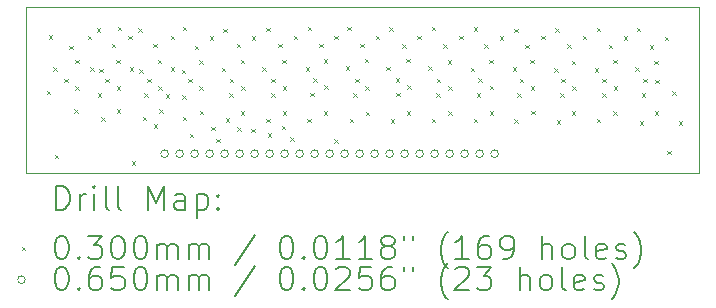
<source format=gbr>
%TF.GenerationSoftware,KiCad,Pcbnew,8.0.8-2.fc41*%
%TF.CreationDate,2025-02-01T06:38:28+00:00*%
%TF.ProjectId,small_led_a,736d616c-6c5f-46c6-9564-5f612e6b6963,rev?*%
%TF.SameCoordinates,Original*%
%TF.FileFunction,Drillmap*%
%TF.FilePolarity,Positive*%
%FSLAX45Y45*%
G04 Gerber Fmt 4.5, Leading zero omitted, Abs format (unit mm)*
G04 Created by KiCad (PCBNEW 8.0.8-2.fc41) date 2025-02-01 06:38:28*
%MOMM*%
%LPD*%
G01*
G04 APERTURE LIST*
%ADD10C,0.050000*%
%ADD11C,0.200000*%
%ADD12C,0.100000*%
G04 APERTURE END LIST*
D10*
X6000000Y-5100000D02*
X6000000Y-6500000D01*
X11700000Y-5100000D02*
X6000000Y-5100000D01*
X11700000Y-6500000D02*
X11700000Y-5100000D01*
X6000000Y-6500000D02*
X11700000Y-6500000D01*
D11*
D12*
X6180000Y-5805000D02*
X6210000Y-5835000D01*
X6210000Y-5805000D02*
X6180000Y-5835000D01*
X6195000Y-5335000D02*
X6225000Y-5365000D01*
X6225000Y-5335000D02*
X6195000Y-5365000D01*
X6235000Y-5610000D02*
X6265000Y-5640000D01*
X6265000Y-5610000D02*
X6235000Y-5640000D01*
X6245000Y-6350000D02*
X6275000Y-6380000D01*
X6275000Y-6350000D02*
X6245000Y-6380000D01*
X6325000Y-5705000D02*
X6355000Y-5735000D01*
X6355000Y-5705000D02*
X6325000Y-5735000D01*
X6370000Y-5425000D02*
X6400000Y-5455000D01*
X6400000Y-5425000D02*
X6370000Y-5455000D01*
X6410000Y-5965000D02*
X6440000Y-5995000D01*
X6440000Y-5965000D02*
X6410000Y-5995000D01*
X6418190Y-5545058D02*
X6448190Y-5575058D01*
X6448190Y-5545058D02*
X6418190Y-5575058D01*
X6421655Y-5767500D02*
X6451655Y-5797500D01*
X6451655Y-5767500D02*
X6421655Y-5797500D01*
X6525000Y-5340000D02*
X6555000Y-5370000D01*
X6555000Y-5340000D02*
X6525000Y-5370000D01*
X6545000Y-5607558D02*
X6575000Y-5637558D01*
X6575000Y-5607558D02*
X6545000Y-5637558D01*
X6600895Y-5277500D02*
X6630895Y-5307500D01*
X6630895Y-5277500D02*
X6600895Y-5307500D01*
X6611387Y-5830000D02*
X6641387Y-5860000D01*
X6641387Y-5830000D02*
X6611387Y-5860000D01*
X6623922Y-5620651D02*
X6653922Y-5650651D01*
X6653922Y-5620651D02*
X6623922Y-5650651D01*
X6640000Y-6030000D02*
X6670000Y-6060000D01*
X6670000Y-6030000D02*
X6640000Y-6060000D01*
X6675000Y-5705000D02*
X6705000Y-5735000D01*
X6705000Y-5705000D02*
X6675000Y-5735000D01*
X6727431Y-5409697D02*
X6757431Y-5439697D01*
X6757431Y-5409697D02*
X6727431Y-5439697D01*
X6768148Y-5545043D02*
X6798148Y-5575043D01*
X6798148Y-5545043D02*
X6768148Y-5575043D01*
X6770000Y-5965000D02*
X6800000Y-5995000D01*
X6800000Y-5965000D02*
X6770000Y-5995000D01*
X6771833Y-5767500D02*
X6801833Y-5797500D01*
X6801833Y-5767500D02*
X6771833Y-5797500D01*
X6780000Y-5265000D02*
X6810000Y-5295000D01*
X6810000Y-5265000D02*
X6780000Y-5295000D01*
X6870000Y-5340000D02*
X6900000Y-5370000D01*
X6900000Y-5340000D02*
X6870000Y-5370000D01*
X6880000Y-5610000D02*
X6910000Y-5640000D01*
X6910000Y-5610000D02*
X6880000Y-5640000D01*
X6900000Y-6405000D02*
X6930000Y-6435000D01*
X6930000Y-6405000D02*
X6900000Y-6435000D01*
X6955000Y-5277500D02*
X6985000Y-5307500D01*
X6985000Y-5277500D02*
X6955000Y-5307500D01*
X6960000Y-5625000D02*
X6990000Y-5655000D01*
X6990000Y-5625000D02*
X6960000Y-5655000D01*
X6990000Y-6027500D02*
X7020000Y-6057500D01*
X7020000Y-6027500D02*
X6990000Y-6057500D01*
X7005000Y-5830000D02*
X7035000Y-5860000D01*
X7035000Y-5830000D02*
X7005000Y-5860000D01*
X7030000Y-5705000D02*
X7060000Y-5735000D01*
X7060000Y-5705000D02*
X7030000Y-5735000D01*
X7079195Y-5409605D02*
X7109195Y-5439605D01*
X7109195Y-5409605D02*
X7079195Y-5439605D01*
X7085000Y-6090000D02*
X7115000Y-6120000D01*
X7115000Y-6090000D02*
X7085000Y-6120000D01*
X7118019Y-5543577D02*
X7148019Y-5573577D01*
X7148019Y-5543577D02*
X7118019Y-5573577D01*
X7122206Y-5767500D02*
X7152206Y-5797500D01*
X7152206Y-5767500D02*
X7122206Y-5797500D01*
X7130000Y-5965000D02*
X7160000Y-5995000D01*
X7160000Y-5965000D02*
X7130000Y-5995000D01*
X7185000Y-5835113D02*
X7215000Y-5865113D01*
X7215000Y-5835113D02*
X7185000Y-5865113D01*
X7230000Y-5340000D02*
X7260000Y-5370000D01*
X7260000Y-5340000D02*
X7230000Y-5370000D01*
X7230000Y-5610000D02*
X7260000Y-5640000D01*
X7260000Y-5610000D02*
X7230000Y-5640000D01*
X7320000Y-5628500D02*
X7350000Y-5658500D01*
X7350000Y-5628500D02*
X7320000Y-5658500D01*
X7325000Y-5845000D02*
X7355000Y-5875000D01*
X7355000Y-5845000D02*
X7325000Y-5875000D01*
X7330000Y-5265000D02*
X7360000Y-5295000D01*
X7360000Y-5265000D02*
X7330000Y-5295000D01*
X7330000Y-6027500D02*
X7360000Y-6057500D01*
X7360000Y-6027500D02*
X7330000Y-6057500D01*
X7375000Y-5705000D02*
X7405000Y-5735000D01*
X7405000Y-5705000D02*
X7375000Y-5735000D01*
X7390000Y-6170000D02*
X7420000Y-6200000D01*
X7420000Y-6170000D02*
X7390000Y-6200000D01*
X7430000Y-5425000D02*
X7460000Y-5455000D01*
X7460000Y-5425000D02*
X7430000Y-5455000D01*
X7468786Y-5550035D02*
X7498786Y-5580035D01*
X7498786Y-5550035D02*
X7468786Y-5580035D01*
X7471833Y-5767500D02*
X7501833Y-5797500D01*
X7501833Y-5767500D02*
X7471833Y-5797500D01*
X7475000Y-5975000D02*
X7505000Y-6005000D01*
X7505000Y-5975000D02*
X7475000Y-6005000D01*
X7560000Y-5345000D02*
X7590000Y-5375000D01*
X7590000Y-5345000D02*
X7560000Y-5375000D01*
X7570000Y-6110000D02*
X7600000Y-6140000D01*
X7600000Y-6110000D02*
X7570000Y-6140000D01*
X7615000Y-6215000D02*
X7645000Y-6245000D01*
X7645000Y-6215000D02*
X7615000Y-6245000D01*
X7660000Y-5612535D02*
X7690000Y-5642535D01*
X7690000Y-5612535D02*
X7660000Y-5642535D01*
X7675000Y-5280000D02*
X7705000Y-5310000D01*
X7705000Y-5280000D02*
X7675000Y-5310000D01*
X7695000Y-6037500D02*
X7725000Y-6067500D01*
X7725000Y-6037500D02*
X7695000Y-6067500D01*
X7725000Y-5830000D02*
X7755000Y-5860000D01*
X7755000Y-5830000D02*
X7725000Y-5860000D01*
X7730000Y-5705000D02*
X7760000Y-5735000D01*
X7760000Y-5705000D02*
X7730000Y-5735000D01*
X7786699Y-5410386D02*
X7816699Y-5440386D01*
X7816699Y-5410386D02*
X7786699Y-5440386D01*
X7790000Y-6115000D02*
X7820000Y-6145000D01*
X7820000Y-6115000D02*
X7790000Y-6145000D01*
X7820000Y-5980000D02*
X7850000Y-6010000D01*
X7850000Y-5980000D02*
X7820000Y-6010000D01*
X7820134Y-5544366D02*
X7850134Y-5574366D01*
X7850134Y-5544366D02*
X7820134Y-5574366D01*
X7823655Y-5767500D02*
X7853655Y-5797500D01*
X7853655Y-5767500D02*
X7823655Y-5797500D01*
X7910000Y-6130000D02*
X7940000Y-6160000D01*
X7940000Y-6130000D02*
X7910000Y-6160000D01*
X7915000Y-5345000D02*
X7945000Y-5375000D01*
X7945000Y-5345000D02*
X7915000Y-5375000D01*
X8005000Y-5606866D02*
X8035000Y-5636866D01*
X8035000Y-5606866D02*
X8005000Y-5636866D01*
X8035000Y-5275000D02*
X8065000Y-5305000D01*
X8065000Y-5275000D02*
X8035000Y-5305000D01*
X8035000Y-6042500D02*
X8065000Y-6072500D01*
X8065000Y-6042500D02*
X8035000Y-6072500D01*
X8050000Y-6165000D02*
X8080000Y-6195000D01*
X8080000Y-6165000D02*
X8050000Y-6195000D01*
X8080000Y-5705000D02*
X8110000Y-5735000D01*
X8110000Y-5705000D02*
X8080000Y-5735000D01*
X8080000Y-5830000D02*
X8110000Y-5860000D01*
X8110000Y-5830000D02*
X8080000Y-5860000D01*
X8139567Y-5410816D02*
X8169567Y-5440816D01*
X8169567Y-5410816D02*
X8139567Y-5440816D01*
X8170000Y-6105000D02*
X8200000Y-6135000D01*
X8200000Y-6105000D02*
X8170000Y-6135000D01*
X8173069Y-5543826D02*
X8203069Y-5573826D01*
X8203069Y-5543826D02*
X8173069Y-5573826D01*
X8175000Y-5980000D02*
X8205000Y-6010000D01*
X8205000Y-5980000D02*
X8175000Y-6010000D01*
X8176833Y-5767500D02*
X8206833Y-5797500D01*
X8206833Y-5767500D02*
X8176833Y-5797500D01*
X8240000Y-6200000D02*
X8270000Y-6230000D01*
X8270000Y-6200000D02*
X8240000Y-6230000D01*
X8270000Y-5340000D02*
X8300000Y-5370000D01*
X8300000Y-5340000D02*
X8270000Y-5370000D01*
X8370000Y-5606326D02*
X8400000Y-5636326D01*
X8400000Y-5606326D02*
X8370000Y-5636326D01*
X8385000Y-6042500D02*
X8415000Y-6072500D01*
X8415000Y-6042500D02*
X8385000Y-6072500D01*
X8390000Y-5265000D02*
X8420000Y-5295000D01*
X8420000Y-5265000D02*
X8390000Y-5295000D01*
X8410000Y-5825000D02*
X8440000Y-5855000D01*
X8440000Y-5825000D02*
X8410000Y-5855000D01*
X8435000Y-5700000D02*
X8465000Y-5730000D01*
X8465000Y-5700000D02*
X8435000Y-5730000D01*
X8484697Y-5407775D02*
X8514697Y-5437775D01*
X8514697Y-5407775D02*
X8484697Y-5437775D01*
X8523000Y-5539112D02*
X8553000Y-5569112D01*
X8553000Y-5539112D02*
X8523000Y-5569112D01*
X8525000Y-5980000D02*
X8555000Y-6010000D01*
X8555000Y-5980000D02*
X8525000Y-6010000D01*
X8528712Y-5762500D02*
X8558712Y-5792500D01*
X8558712Y-5762500D02*
X8528712Y-5792500D01*
X8613000Y-5340000D02*
X8643000Y-5370000D01*
X8643000Y-5340000D02*
X8613000Y-5370000D01*
X8614306Y-6215694D02*
X8644306Y-6245694D01*
X8644306Y-6215694D02*
X8614306Y-6245694D01*
X8710000Y-5601611D02*
X8740000Y-5631611D01*
X8740000Y-5601611D02*
X8710000Y-5631611D01*
X8725000Y-5265000D02*
X8755000Y-5295000D01*
X8755000Y-5265000D02*
X8725000Y-5295000D01*
X8745000Y-6042500D02*
X8775000Y-6072500D01*
X8775000Y-6042500D02*
X8745000Y-6072500D01*
X8775000Y-5830000D02*
X8805000Y-5860000D01*
X8805000Y-5830000D02*
X8775000Y-5860000D01*
X8790000Y-5705000D02*
X8820000Y-5735000D01*
X8820000Y-5705000D02*
X8790000Y-5735000D01*
X8832448Y-5409687D02*
X8862448Y-5439687D01*
X8862448Y-5409687D02*
X8832448Y-5439687D01*
X8873000Y-5537622D02*
X8903000Y-5567622D01*
X8903000Y-5537622D02*
X8873000Y-5567622D01*
X8876833Y-5767500D02*
X8906833Y-5797500D01*
X8906833Y-5767500D02*
X8876833Y-5797500D01*
X8880000Y-5985000D02*
X8910000Y-6015000D01*
X8910000Y-5985000D02*
X8880000Y-6015000D01*
X8965000Y-5340000D02*
X8995000Y-5370000D01*
X8995000Y-5340000D02*
X8965000Y-5370000D01*
X9055000Y-5605000D02*
X9085000Y-5635000D01*
X9085000Y-5605000D02*
X9055000Y-5635000D01*
X9080000Y-5270000D02*
X9110000Y-5300000D01*
X9110000Y-5270000D02*
X9080000Y-5300000D01*
X9090000Y-6047500D02*
X9120000Y-6077500D01*
X9120000Y-6047500D02*
X9090000Y-6077500D01*
X9135000Y-5700000D02*
X9165000Y-5730000D01*
X9165000Y-5700000D02*
X9135000Y-5730000D01*
X9140000Y-5825000D02*
X9170000Y-5855000D01*
X9170000Y-5825000D02*
X9140000Y-5855000D01*
X9187119Y-5411178D02*
X9217119Y-5441178D01*
X9217119Y-5411178D02*
X9187119Y-5441178D01*
X9223000Y-5537246D02*
X9253000Y-5567246D01*
X9253000Y-5537246D02*
X9223000Y-5567246D01*
X9225000Y-5980000D02*
X9255000Y-6010000D01*
X9255000Y-5980000D02*
X9225000Y-6010000D01*
X9229854Y-5762500D02*
X9259854Y-5792500D01*
X9259854Y-5762500D02*
X9229854Y-5792500D01*
X9315000Y-5340000D02*
X9345000Y-5370000D01*
X9345000Y-5340000D02*
X9315000Y-5370000D01*
X9410000Y-5600000D02*
X9440000Y-5630000D01*
X9440000Y-5600000D02*
X9410000Y-5630000D01*
X9440000Y-5265000D02*
X9470000Y-5295000D01*
X9470000Y-5265000D02*
X9440000Y-5295000D01*
X9440000Y-6042500D02*
X9470000Y-6072500D01*
X9470000Y-6042500D02*
X9440000Y-6072500D01*
X9475000Y-5830000D02*
X9505000Y-5860000D01*
X9505000Y-5830000D02*
X9475000Y-5860000D01*
X9480000Y-5705000D02*
X9510000Y-5735000D01*
X9510000Y-5705000D02*
X9480000Y-5735000D01*
X9535000Y-5415000D02*
X9565000Y-5445000D01*
X9565000Y-5415000D02*
X9535000Y-5445000D01*
X9573042Y-5547739D02*
X9603042Y-5577739D01*
X9603042Y-5547739D02*
X9573042Y-5577739D01*
X9578712Y-5767500D02*
X9608712Y-5797500D01*
X9608712Y-5767500D02*
X9578712Y-5797500D01*
X9580000Y-5980000D02*
X9610000Y-6010000D01*
X9610000Y-5980000D02*
X9580000Y-6010000D01*
X9670000Y-5340000D02*
X9700000Y-5370000D01*
X9700000Y-5340000D02*
X9670000Y-5370000D01*
X9770000Y-5610239D02*
X9800000Y-5640239D01*
X9800000Y-5610239D02*
X9770000Y-5640239D01*
X9795000Y-5270000D02*
X9825000Y-5300000D01*
X9825000Y-5270000D02*
X9795000Y-5300000D01*
X9795000Y-6042500D02*
X9825000Y-6072500D01*
X9825000Y-6042500D02*
X9795000Y-6072500D01*
X9820000Y-5827500D02*
X9850000Y-5857500D01*
X9850000Y-5827500D02*
X9820000Y-5857500D01*
X9830000Y-5702500D02*
X9860000Y-5732500D01*
X9860000Y-5702500D02*
X9830000Y-5732500D01*
X9885000Y-5415000D02*
X9915000Y-5445000D01*
X9915000Y-5415000D02*
X9885000Y-5445000D01*
X9923000Y-5545912D02*
X9953000Y-5575912D01*
X9953000Y-5545912D02*
X9923000Y-5575912D01*
X9930000Y-5980000D02*
X9960000Y-6010000D01*
X9960000Y-5980000D02*
X9930000Y-6010000D01*
X9930267Y-5765000D02*
X9960267Y-5795000D01*
X9960267Y-5765000D02*
X9930267Y-5795000D01*
X10013000Y-5345975D02*
X10043000Y-5375975D01*
X10043000Y-5345975D02*
X10013000Y-5375975D01*
X10125000Y-5608411D02*
X10155000Y-5638411D01*
X10155000Y-5608411D02*
X10125000Y-5638411D01*
X10135000Y-5283475D02*
X10165000Y-5313475D01*
X10165000Y-5283475D02*
X10135000Y-5313475D01*
X10135000Y-6050000D02*
X10165000Y-6080000D01*
X10165000Y-6050000D02*
X10135000Y-6080000D01*
X10160000Y-5829250D02*
X10190000Y-5859250D01*
X10190000Y-5829250D02*
X10160000Y-5859250D01*
X10184555Y-5704250D02*
X10214555Y-5734250D01*
X10214555Y-5704250D02*
X10184555Y-5734250D01*
X10231017Y-5417251D02*
X10261017Y-5447251D01*
X10261017Y-5417251D02*
X10231017Y-5447251D01*
X10273000Y-5544912D02*
X10303000Y-5574912D01*
X10303000Y-5544912D02*
X10273000Y-5574912D01*
X10275000Y-5766750D02*
X10305000Y-5796750D01*
X10305000Y-5766750D02*
X10275000Y-5796750D01*
X10280000Y-5975000D02*
X10310000Y-6005000D01*
X10310000Y-5975000D02*
X10280000Y-6005000D01*
X10365000Y-5340000D02*
X10395000Y-5370000D01*
X10395000Y-5340000D02*
X10365000Y-5370000D01*
X10475000Y-5616329D02*
X10505000Y-5646329D01*
X10505000Y-5616329D02*
X10475000Y-5646329D01*
X10485000Y-5277500D02*
X10515000Y-5307500D01*
X10515000Y-5277500D02*
X10485000Y-5307500D01*
X10495000Y-6055000D02*
X10525000Y-6085000D01*
X10525000Y-6055000D02*
X10495000Y-6085000D01*
X10525000Y-5830000D02*
X10555000Y-5860000D01*
X10555000Y-5830000D02*
X10525000Y-5860000D01*
X10535000Y-5705000D02*
X10565000Y-5735000D01*
X10565000Y-5705000D02*
X10535000Y-5735000D01*
X10585000Y-5415000D02*
X10615000Y-5445000D01*
X10615000Y-5415000D02*
X10585000Y-5445000D01*
X10623347Y-5553829D02*
X10653347Y-5583829D01*
X10653347Y-5553829D02*
X10623347Y-5583829D01*
X10625000Y-5980000D02*
X10655000Y-6010000D01*
X10655000Y-5980000D02*
X10625000Y-6010000D01*
X10629854Y-5767500D02*
X10659854Y-5797500D01*
X10659854Y-5767500D02*
X10629854Y-5797500D01*
X10715000Y-5340000D02*
X10745000Y-5370000D01*
X10745000Y-5340000D02*
X10715000Y-5370000D01*
X10820000Y-5616329D02*
X10850000Y-5646329D01*
X10850000Y-5616329D02*
X10820000Y-5646329D01*
X10835000Y-5275000D02*
X10865000Y-5305000D01*
X10865000Y-5275000D02*
X10835000Y-5305000D01*
X10835000Y-6042500D02*
X10865000Y-6072500D01*
X10865000Y-6042500D02*
X10835000Y-6072500D01*
X10880000Y-5705000D02*
X10910000Y-5735000D01*
X10910000Y-5705000D02*
X10880000Y-5735000D01*
X10880000Y-5830000D02*
X10910000Y-5860000D01*
X10910000Y-5830000D02*
X10880000Y-5860000D01*
X10935998Y-5415480D02*
X10965998Y-5445480D01*
X10965998Y-5415480D02*
X10935998Y-5445480D01*
X10973000Y-5544912D02*
X11003000Y-5574912D01*
X11003000Y-5544912D02*
X10973000Y-5574912D01*
X10975000Y-5980000D02*
X11005000Y-6010000D01*
X11005000Y-5980000D02*
X10975000Y-6010000D01*
X10979854Y-5767500D02*
X11009854Y-5797500D01*
X11009854Y-5767500D02*
X10979854Y-5797500D01*
X11065000Y-5345000D02*
X11095000Y-5375000D01*
X11095000Y-5345000D02*
X11065000Y-5375000D01*
X11160000Y-5610000D02*
X11190000Y-5640000D01*
X11190000Y-5610000D02*
X11160000Y-5640000D01*
X11175000Y-5275000D02*
X11205000Y-5305000D01*
X11205000Y-5275000D02*
X11175000Y-5305000D01*
X11200000Y-6065000D02*
X11230000Y-6095000D01*
X11230000Y-6065000D02*
X11200000Y-6095000D01*
X11215000Y-5830000D02*
X11245000Y-5860000D01*
X11245000Y-5830000D02*
X11215000Y-5860000D01*
X11230000Y-5705000D02*
X11260000Y-5735000D01*
X11260000Y-5705000D02*
X11230000Y-5735000D01*
X11285000Y-5420000D02*
X11315000Y-5450000D01*
X11315000Y-5420000D02*
X11285000Y-5450000D01*
X11323237Y-5552813D02*
X11353237Y-5582813D01*
X11353237Y-5552813D02*
X11323237Y-5582813D01*
X11325000Y-5980000D02*
X11355000Y-6010000D01*
X11355000Y-5980000D02*
X11325000Y-6010000D01*
X11330000Y-5715000D02*
X11360000Y-5745000D01*
X11360000Y-5715000D02*
X11330000Y-5745000D01*
X11413000Y-5350000D02*
X11443000Y-5380000D01*
X11443000Y-5350000D02*
X11413000Y-5380000D01*
X11430000Y-6315000D02*
X11460000Y-6345000D01*
X11460000Y-6315000D02*
X11430000Y-6345000D01*
X11475000Y-5810000D02*
X11505000Y-5840000D01*
X11505000Y-5810000D02*
X11475000Y-5840000D01*
X11530000Y-6065000D02*
X11560000Y-6095000D01*
X11560000Y-6065000D02*
X11530000Y-6095000D01*
X7208500Y-6340000D02*
G75*
G02*
X7143500Y-6340000I-32500J0D01*
G01*
X7143500Y-6340000D02*
G75*
G02*
X7208500Y-6340000I32500J0D01*
G01*
X7335500Y-6340000D02*
G75*
G02*
X7270500Y-6340000I-32500J0D01*
G01*
X7270500Y-6340000D02*
G75*
G02*
X7335500Y-6340000I32500J0D01*
G01*
X7462500Y-6340000D02*
G75*
G02*
X7397500Y-6340000I-32500J0D01*
G01*
X7397500Y-6340000D02*
G75*
G02*
X7462500Y-6340000I32500J0D01*
G01*
X7589500Y-6340000D02*
G75*
G02*
X7524500Y-6340000I-32500J0D01*
G01*
X7524500Y-6340000D02*
G75*
G02*
X7589500Y-6340000I32500J0D01*
G01*
X7716500Y-6340000D02*
G75*
G02*
X7651500Y-6340000I-32500J0D01*
G01*
X7651500Y-6340000D02*
G75*
G02*
X7716500Y-6340000I32500J0D01*
G01*
X7843500Y-6340000D02*
G75*
G02*
X7778500Y-6340000I-32500J0D01*
G01*
X7778500Y-6340000D02*
G75*
G02*
X7843500Y-6340000I32500J0D01*
G01*
X7970500Y-6340000D02*
G75*
G02*
X7905500Y-6340000I-32500J0D01*
G01*
X7905500Y-6340000D02*
G75*
G02*
X7970500Y-6340000I32500J0D01*
G01*
X8097500Y-6340000D02*
G75*
G02*
X8032500Y-6340000I-32500J0D01*
G01*
X8032500Y-6340000D02*
G75*
G02*
X8097500Y-6340000I32500J0D01*
G01*
X8224500Y-6340000D02*
G75*
G02*
X8159500Y-6340000I-32500J0D01*
G01*
X8159500Y-6340000D02*
G75*
G02*
X8224500Y-6340000I32500J0D01*
G01*
X8351500Y-6340000D02*
G75*
G02*
X8286500Y-6340000I-32500J0D01*
G01*
X8286500Y-6340000D02*
G75*
G02*
X8351500Y-6340000I32500J0D01*
G01*
X8478500Y-6340000D02*
G75*
G02*
X8413500Y-6340000I-32500J0D01*
G01*
X8413500Y-6340000D02*
G75*
G02*
X8478500Y-6340000I32500J0D01*
G01*
X8605500Y-6340000D02*
G75*
G02*
X8540500Y-6340000I-32500J0D01*
G01*
X8540500Y-6340000D02*
G75*
G02*
X8605500Y-6340000I32500J0D01*
G01*
X8732500Y-6340000D02*
G75*
G02*
X8667500Y-6340000I-32500J0D01*
G01*
X8667500Y-6340000D02*
G75*
G02*
X8732500Y-6340000I32500J0D01*
G01*
X8859500Y-6340000D02*
G75*
G02*
X8794500Y-6340000I-32500J0D01*
G01*
X8794500Y-6340000D02*
G75*
G02*
X8859500Y-6340000I32500J0D01*
G01*
X8986500Y-6340000D02*
G75*
G02*
X8921500Y-6340000I-32500J0D01*
G01*
X8921500Y-6340000D02*
G75*
G02*
X8986500Y-6340000I32500J0D01*
G01*
X9113500Y-6340000D02*
G75*
G02*
X9048500Y-6340000I-32500J0D01*
G01*
X9048500Y-6340000D02*
G75*
G02*
X9113500Y-6340000I32500J0D01*
G01*
X9240500Y-6340000D02*
G75*
G02*
X9175500Y-6340000I-32500J0D01*
G01*
X9175500Y-6340000D02*
G75*
G02*
X9240500Y-6340000I32500J0D01*
G01*
X9367500Y-6340000D02*
G75*
G02*
X9302500Y-6340000I-32500J0D01*
G01*
X9302500Y-6340000D02*
G75*
G02*
X9367500Y-6340000I32500J0D01*
G01*
X9494500Y-6340000D02*
G75*
G02*
X9429500Y-6340000I-32500J0D01*
G01*
X9429500Y-6340000D02*
G75*
G02*
X9494500Y-6340000I32500J0D01*
G01*
X9621500Y-6340000D02*
G75*
G02*
X9556500Y-6340000I-32500J0D01*
G01*
X9556500Y-6340000D02*
G75*
G02*
X9621500Y-6340000I32500J0D01*
G01*
X9748500Y-6340000D02*
G75*
G02*
X9683500Y-6340000I-32500J0D01*
G01*
X9683500Y-6340000D02*
G75*
G02*
X9748500Y-6340000I32500J0D01*
G01*
X9875500Y-6340000D02*
G75*
G02*
X9810500Y-6340000I-32500J0D01*
G01*
X9810500Y-6340000D02*
G75*
G02*
X9875500Y-6340000I32500J0D01*
G01*
X10002500Y-6340000D02*
G75*
G02*
X9937500Y-6340000I-32500J0D01*
G01*
X9937500Y-6340000D02*
G75*
G02*
X10002500Y-6340000I32500J0D01*
G01*
D11*
X6258277Y-6813984D02*
X6258277Y-6613984D01*
X6258277Y-6613984D02*
X6305896Y-6613984D01*
X6305896Y-6613984D02*
X6334467Y-6623508D01*
X6334467Y-6623508D02*
X6353515Y-6642555D01*
X6353515Y-6642555D02*
X6363039Y-6661603D01*
X6363039Y-6661603D02*
X6372562Y-6699698D01*
X6372562Y-6699698D02*
X6372562Y-6728269D01*
X6372562Y-6728269D02*
X6363039Y-6766365D01*
X6363039Y-6766365D02*
X6353515Y-6785412D01*
X6353515Y-6785412D02*
X6334467Y-6804460D01*
X6334467Y-6804460D02*
X6305896Y-6813984D01*
X6305896Y-6813984D02*
X6258277Y-6813984D01*
X6458277Y-6813984D02*
X6458277Y-6680650D01*
X6458277Y-6718746D02*
X6467801Y-6699698D01*
X6467801Y-6699698D02*
X6477324Y-6690174D01*
X6477324Y-6690174D02*
X6496372Y-6680650D01*
X6496372Y-6680650D02*
X6515420Y-6680650D01*
X6582086Y-6813984D02*
X6582086Y-6680650D01*
X6582086Y-6613984D02*
X6572562Y-6623508D01*
X6572562Y-6623508D02*
X6582086Y-6633031D01*
X6582086Y-6633031D02*
X6591610Y-6623508D01*
X6591610Y-6623508D02*
X6582086Y-6613984D01*
X6582086Y-6613984D02*
X6582086Y-6633031D01*
X6705896Y-6813984D02*
X6686848Y-6804460D01*
X6686848Y-6804460D02*
X6677324Y-6785412D01*
X6677324Y-6785412D02*
X6677324Y-6613984D01*
X6810658Y-6813984D02*
X6791610Y-6804460D01*
X6791610Y-6804460D02*
X6782086Y-6785412D01*
X6782086Y-6785412D02*
X6782086Y-6613984D01*
X7039229Y-6813984D02*
X7039229Y-6613984D01*
X7039229Y-6613984D02*
X7105896Y-6756841D01*
X7105896Y-6756841D02*
X7172562Y-6613984D01*
X7172562Y-6613984D02*
X7172562Y-6813984D01*
X7353515Y-6813984D02*
X7353515Y-6709222D01*
X7353515Y-6709222D02*
X7343991Y-6690174D01*
X7343991Y-6690174D02*
X7324943Y-6680650D01*
X7324943Y-6680650D02*
X7286848Y-6680650D01*
X7286848Y-6680650D02*
X7267801Y-6690174D01*
X7353515Y-6804460D02*
X7334467Y-6813984D01*
X7334467Y-6813984D02*
X7286848Y-6813984D01*
X7286848Y-6813984D02*
X7267801Y-6804460D01*
X7267801Y-6804460D02*
X7258277Y-6785412D01*
X7258277Y-6785412D02*
X7258277Y-6766365D01*
X7258277Y-6766365D02*
X7267801Y-6747317D01*
X7267801Y-6747317D02*
X7286848Y-6737793D01*
X7286848Y-6737793D02*
X7334467Y-6737793D01*
X7334467Y-6737793D02*
X7353515Y-6728269D01*
X7448753Y-6680650D02*
X7448753Y-6880650D01*
X7448753Y-6690174D02*
X7467801Y-6680650D01*
X7467801Y-6680650D02*
X7505896Y-6680650D01*
X7505896Y-6680650D02*
X7524943Y-6690174D01*
X7524943Y-6690174D02*
X7534467Y-6699698D01*
X7534467Y-6699698D02*
X7543991Y-6718746D01*
X7543991Y-6718746D02*
X7543991Y-6775888D01*
X7543991Y-6775888D02*
X7534467Y-6794936D01*
X7534467Y-6794936D02*
X7524943Y-6804460D01*
X7524943Y-6804460D02*
X7505896Y-6813984D01*
X7505896Y-6813984D02*
X7467801Y-6813984D01*
X7467801Y-6813984D02*
X7448753Y-6804460D01*
X7629705Y-6794936D02*
X7639229Y-6804460D01*
X7639229Y-6804460D02*
X7629705Y-6813984D01*
X7629705Y-6813984D02*
X7620182Y-6804460D01*
X7620182Y-6804460D02*
X7629705Y-6794936D01*
X7629705Y-6794936D02*
X7629705Y-6813984D01*
X7629705Y-6690174D02*
X7639229Y-6699698D01*
X7639229Y-6699698D02*
X7629705Y-6709222D01*
X7629705Y-6709222D02*
X7620182Y-6699698D01*
X7620182Y-6699698D02*
X7629705Y-6690174D01*
X7629705Y-6690174D02*
X7629705Y-6709222D01*
D12*
X5967500Y-7127500D02*
X5997500Y-7157500D01*
X5997500Y-7127500D02*
X5967500Y-7157500D01*
D11*
X6296372Y-7033984D02*
X6315420Y-7033984D01*
X6315420Y-7033984D02*
X6334467Y-7043508D01*
X6334467Y-7043508D02*
X6343991Y-7053031D01*
X6343991Y-7053031D02*
X6353515Y-7072079D01*
X6353515Y-7072079D02*
X6363039Y-7110174D01*
X6363039Y-7110174D02*
X6363039Y-7157793D01*
X6363039Y-7157793D02*
X6353515Y-7195888D01*
X6353515Y-7195888D02*
X6343991Y-7214936D01*
X6343991Y-7214936D02*
X6334467Y-7224460D01*
X6334467Y-7224460D02*
X6315420Y-7233984D01*
X6315420Y-7233984D02*
X6296372Y-7233984D01*
X6296372Y-7233984D02*
X6277324Y-7224460D01*
X6277324Y-7224460D02*
X6267801Y-7214936D01*
X6267801Y-7214936D02*
X6258277Y-7195888D01*
X6258277Y-7195888D02*
X6248753Y-7157793D01*
X6248753Y-7157793D02*
X6248753Y-7110174D01*
X6248753Y-7110174D02*
X6258277Y-7072079D01*
X6258277Y-7072079D02*
X6267801Y-7053031D01*
X6267801Y-7053031D02*
X6277324Y-7043508D01*
X6277324Y-7043508D02*
X6296372Y-7033984D01*
X6448753Y-7214936D02*
X6458277Y-7224460D01*
X6458277Y-7224460D02*
X6448753Y-7233984D01*
X6448753Y-7233984D02*
X6439229Y-7224460D01*
X6439229Y-7224460D02*
X6448753Y-7214936D01*
X6448753Y-7214936D02*
X6448753Y-7233984D01*
X6524943Y-7033984D02*
X6648753Y-7033984D01*
X6648753Y-7033984D02*
X6582086Y-7110174D01*
X6582086Y-7110174D02*
X6610658Y-7110174D01*
X6610658Y-7110174D02*
X6629705Y-7119698D01*
X6629705Y-7119698D02*
X6639229Y-7129222D01*
X6639229Y-7129222D02*
X6648753Y-7148269D01*
X6648753Y-7148269D02*
X6648753Y-7195888D01*
X6648753Y-7195888D02*
X6639229Y-7214936D01*
X6639229Y-7214936D02*
X6629705Y-7224460D01*
X6629705Y-7224460D02*
X6610658Y-7233984D01*
X6610658Y-7233984D02*
X6553515Y-7233984D01*
X6553515Y-7233984D02*
X6534467Y-7224460D01*
X6534467Y-7224460D02*
X6524943Y-7214936D01*
X6772562Y-7033984D02*
X6791610Y-7033984D01*
X6791610Y-7033984D02*
X6810658Y-7043508D01*
X6810658Y-7043508D02*
X6820182Y-7053031D01*
X6820182Y-7053031D02*
X6829705Y-7072079D01*
X6829705Y-7072079D02*
X6839229Y-7110174D01*
X6839229Y-7110174D02*
X6839229Y-7157793D01*
X6839229Y-7157793D02*
X6829705Y-7195888D01*
X6829705Y-7195888D02*
X6820182Y-7214936D01*
X6820182Y-7214936D02*
X6810658Y-7224460D01*
X6810658Y-7224460D02*
X6791610Y-7233984D01*
X6791610Y-7233984D02*
X6772562Y-7233984D01*
X6772562Y-7233984D02*
X6753515Y-7224460D01*
X6753515Y-7224460D02*
X6743991Y-7214936D01*
X6743991Y-7214936D02*
X6734467Y-7195888D01*
X6734467Y-7195888D02*
X6724943Y-7157793D01*
X6724943Y-7157793D02*
X6724943Y-7110174D01*
X6724943Y-7110174D02*
X6734467Y-7072079D01*
X6734467Y-7072079D02*
X6743991Y-7053031D01*
X6743991Y-7053031D02*
X6753515Y-7043508D01*
X6753515Y-7043508D02*
X6772562Y-7033984D01*
X6963039Y-7033984D02*
X6982086Y-7033984D01*
X6982086Y-7033984D02*
X7001134Y-7043508D01*
X7001134Y-7043508D02*
X7010658Y-7053031D01*
X7010658Y-7053031D02*
X7020182Y-7072079D01*
X7020182Y-7072079D02*
X7029705Y-7110174D01*
X7029705Y-7110174D02*
X7029705Y-7157793D01*
X7029705Y-7157793D02*
X7020182Y-7195888D01*
X7020182Y-7195888D02*
X7010658Y-7214936D01*
X7010658Y-7214936D02*
X7001134Y-7224460D01*
X7001134Y-7224460D02*
X6982086Y-7233984D01*
X6982086Y-7233984D02*
X6963039Y-7233984D01*
X6963039Y-7233984D02*
X6943991Y-7224460D01*
X6943991Y-7224460D02*
X6934467Y-7214936D01*
X6934467Y-7214936D02*
X6924943Y-7195888D01*
X6924943Y-7195888D02*
X6915420Y-7157793D01*
X6915420Y-7157793D02*
X6915420Y-7110174D01*
X6915420Y-7110174D02*
X6924943Y-7072079D01*
X6924943Y-7072079D02*
X6934467Y-7053031D01*
X6934467Y-7053031D02*
X6943991Y-7043508D01*
X6943991Y-7043508D02*
X6963039Y-7033984D01*
X7115420Y-7233984D02*
X7115420Y-7100650D01*
X7115420Y-7119698D02*
X7124943Y-7110174D01*
X7124943Y-7110174D02*
X7143991Y-7100650D01*
X7143991Y-7100650D02*
X7172563Y-7100650D01*
X7172563Y-7100650D02*
X7191610Y-7110174D01*
X7191610Y-7110174D02*
X7201134Y-7129222D01*
X7201134Y-7129222D02*
X7201134Y-7233984D01*
X7201134Y-7129222D02*
X7210658Y-7110174D01*
X7210658Y-7110174D02*
X7229705Y-7100650D01*
X7229705Y-7100650D02*
X7258277Y-7100650D01*
X7258277Y-7100650D02*
X7277324Y-7110174D01*
X7277324Y-7110174D02*
X7286848Y-7129222D01*
X7286848Y-7129222D02*
X7286848Y-7233984D01*
X7382086Y-7233984D02*
X7382086Y-7100650D01*
X7382086Y-7119698D02*
X7391610Y-7110174D01*
X7391610Y-7110174D02*
X7410658Y-7100650D01*
X7410658Y-7100650D02*
X7439229Y-7100650D01*
X7439229Y-7100650D02*
X7458277Y-7110174D01*
X7458277Y-7110174D02*
X7467801Y-7129222D01*
X7467801Y-7129222D02*
X7467801Y-7233984D01*
X7467801Y-7129222D02*
X7477324Y-7110174D01*
X7477324Y-7110174D02*
X7496372Y-7100650D01*
X7496372Y-7100650D02*
X7524943Y-7100650D01*
X7524943Y-7100650D02*
X7543991Y-7110174D01*
X7543991Y-7110174D02*
X7553515Y-7129222D01*
X7553515Y-7129222D02*
X7553515Y-7233984D01*
X7943991Y-7024460D02*
X7772563Y-7281603D01*
X8201134Y-7033984D02*
X8220182Y-7033984D01*
X8220182Y-7033984D02*
X8239229Y-7043508D01*
X8239229Y-7043508D02*
X8248753Y-7053031D01*
X8248753Y-7053031D02*
X8258277Y-7072079D01*
X8258277Y-7072079D02*
X8267801Y-7110174D01*
X8267801Y-7110174D02*
X8267801Y-7157793D01*
X8267801Y-7157793D02*
X8258277Y-7195888D01*
X8258277Y-7195888D02*
X8248753Y-7214936D01*
X8248753Y-7214936D02*
X8239229Y-7224460D01*
X8239229Y-7224460D02*
X8220182Y-7233984D01*
X8220182Y-7233984D02*
X8201134Y-7233984D01*
X8201134Y-7233984D02*
X8182086Y-7224460D01*
X8182086Y-7224460D02*
X8172563Y-7214936D01*
X8172563Y-7214936D02*
X8163039Y-7195888D01*
X8163039Y-7195888D02*
X8153515Y-7157793D01*
X8153515Y-7157793D02*
X8153515Y-7110174D01*
X8153515Y-7110174D02*
X8163039Y-7072079D01*
X8163039Y-7072079D02*
X8172563Y-7053031D01*
X8172563Y-7053031D02*
X8182086Y-7043508D01*
X8182086Y-7043508D02*
X8201134Y-7033984D01*
X8353515Y-7214936D02*
X8363039Y-7224460D01*
X8363039Y-7224460D02*
X8353515Y-7233984D01*
X8353515Y-7233984D02*
X8343991Y-7224460D01*
X8343991Y-7224460D02*
X8353515Y-7214936D01*
X8353515Y-7214936D02*
X8353515Y-7233984D01*
X8486848Y-7033984D02*
X8505896Y-7033984D01*
X8505896Y-7033984D02*
X8524944Y-7043508D01*
X8524944Y-7043508D02*
X8534468Y-7053031D01*
X8534468Y-7053031D02*
X8543991Y-7072079D01*
X8543991Y-7072079D02*
X8553515Y-7110174D01*
X8553515Y-7110174D02*
X8553515Y-7157793D01*
X8553515Y-7157793D02*
X8543991Y-7195888D01*
X8543991Y-7195888D02*
X8534468Y-7214936D01*
X8534468Y-7214936D02*
X8524944Y-7224460D01*
X8524944Y-7224460D02*
X8505896Y-7233984D01*
X8505896Y-7233984D02*
X8486848Y-7233984D01*
X8486848Y-7233984D02*
X8467801Y-7224460D01*
X8467801Y-7224460D02*
X8458277Y-7214936D01*
X8458277Y-7214936D02*
X8448753Y-7195888D01*
X8448753Y-7195888D02*
X8439229Y-7157793D01*
X8439229Y-7157793D02*
X8439229Y-7110174D01*
X8439229Y-7110174D02*
X8448753Y-7072079D01*
X8448753Y-7072079D02*
X8458277Y-7053031D01*
X8458277Y-7053031D02*
X8467801Y-7043508D01*
X8467801Y-7043508D02*
X8486848Y-7033984D01*
X8743991Y-7233984D02*
X8629706Y-7233984D01*
X8686848Y-7233984D02*
X8686848Y-7033984D01*
X8686848Y-7033984D02*
X8667801Y-7062555D01*
X8667801Y-7062555D02*
X8648753Y-7081603D01*
X8648753Y-7081603D02*
X8629706Y-7091127D01*
X8934468Y-7233984D02*
X8820182Y-7233984D01*
X8877325Y-7233984D02*
X8877325Y-7033984D01*
X8877325Y-7033984D02*
X8858277Y-7062555D01*
X8858277Y-7062555D02*
X8839229Y-7081603D01*
X8839229Y-7081603D02*
X8820182Y-7091127D01*
X9048753Y-7119698D02*
X9029706Y-7110174D01*
X9029706Y-7110174D02*
X9020182Y-7100650D01*
X9020182Y-7100650D02*
X9010658Y-7081603D01*
X9010658Y-7081603D02*
X9010658Y-7072079D01*
X9010658Y-7072079D02*
X9020182Y-7053031D01*
X9020182Y-7053031D02*
X9029706Y-7043508D01*
X9029706Y-7043508D02*
X9048753Y-7033984D01*
X9048753Y-7033984D02*
X9086849Y-7033984D01*
X9086849Y-7033984D02*
X9105896Y-7043508D01*
X9105896Y-7043508D02*
X9115420Y-7053031D01*
X9115420Y-7053031D02*
X9124944Y-7072079D01*
X9124944Y-7072079D02*
X9124944Y-7081603D01*
X9124944Y-7081603D02*
X9115420Y-7100650D01*
X9115420Y-7100650D02*
X9105896Y-7110174D01*
X9105896Y-7110174D02*
X9086849Y-7119698D01*
X9086849Y-7119698D02*
X9048753Y-7119698D01*
X9048753Y-7119698D02*
X9029706Y-7129222D01*
X9029706Y-7129222D02*
X9020182Y-7138746D01*
X9020182Y-7138746D02*
X9010658Y-7157793D01*
X9010658Y-7157793D02*
X9010658Y-7195888D01*
X9010658Y-7195888D02*
X9020182Y-7214936D01*
X9020182Y-7214936D02*
X9029706Y-7224460D01*
X9029706Y-7224460D02*
X9048753Y-7233984D01*
X9048753Y-7233984D02*
X9086849Y-7233984D01*
X9086849Y-7233984D02*
X9105896Y-7224460D01*
X9105896Y-7224460D02*
X9115420Y-7214936D01*
X9115420Y-7214936D02*
X9124944Y-7195888D01*
X9124944Y-7195888D02*
X9124944Y-7157793D01*
X9124944Y-7157793D02*
X9115420Y-7138746D01*
X9115420Y-7138746D02*
X9105896Y-7129222D01*
X9105896Y-7129222D02*
X9086849Y-7119698D01*
X9201134Y-7033984D02*
X9201134Y-7072079D01*
X9277325Y-7033984D02*
X9277325Y-7072079D01*
X9572563Y-7310174D02*
X9563039Y-7300650D01*
X9563039Y-7300650D02*
X9543991Y-7272079D01*
X9543991Y-7272079D02*
X9534468Y-7253031D01*
X9534468Y-7253031D02*
X9524944Y-7224460D01*
X9524944Y-7224460D02*
X9515420Y-7176841D01*
X9515420Y-7176841D02*
X9515420Y-7138746D01*
X9515420Y-7138746D02*
X9524944Y-7091127D01*
X9524944Y-7091127D02*
X9534468Y-7062555D01*
X9534468Y-7062555D02*
X9543991Y-7043508D01*
X9543991Y-7043508D02*
X9563039Y-7014936D01*
X9563039Y-7014936D02*
X9572563Y-7005412D01*
X9753515Y-7233984D02*
X9639230Y-7233984D01*
X9696372Y-7233984D02*
X9696372Y-7033984D01*
X9696372Y-7033984D02*
X9677325Y-7062555D01*
X9677325Y-7062555D02*
X9658277Y-7081603D01*
X9658277Y-7081603D02*
X9639230Y-7091127D01*
X9924944Y-7033984D02*
X9886849Y-7033984D01*
X9886849Y-7033984D02*
X9867801Y-7043508D01*
X9867801Y-7043508D02*
X9858277Y-7053031D01*
X9858277Y-7053031D02*
X9839230Y-7081603D01*
X9839230Y-7081603D02*
X9829706Y-7119698D01*
X9829706Y-7119698D02*
X9829706Y-7195888D01*
X9829706Y-7195888D02*
X9839230Y-7214936D01*
X9839230Y-7214936D02*
X9848753Y-7224460D01*
X9848753Y-7224460D02*
X9867801Y-7233984D01*
X9867801Y-7233984D02*
X9905896Y-7233984D01*
X9905896Y-7233984D02*
X9924944Y-7224460D01*
X9924944Y-7224460D02*
X9934468Y-7214936D01*
X9934468Y-7214936D02*
X9943991Y-7195888D01*
X9943991Y-7195888D02*
X9943991Y-7148269D01*
X9943991Y-7148269D02*
X9934468Y-7129222D01*
X9934468Y-7129222D02*
X9924944Y-7119698D01*
X9924944Y-7119698D02*
X9905896Y-7110174D01*
X9905896Y-7110174D02*
X9867801Y-7110174D01*
X9867801Y-7110174D02*
X9848753Y-7119698D01*
X9848753Y-7119698D02*
X9839230Y-7129222D01*
X9839230Y-7129222D02*
X9829706Y-7148269D01*
X10039230Y-7233984D02*
X10077325Y-7233984D01*
X10077325Y-7233984D02*
X10096372Y-7224460D01*
X10096372Y-7224460D02*
X10105896Y-7214936D01*
X10105896Y-7214936D02*
X10124944Y-7186365D01*
X10124944Y-7186365D02*
X10134468Y-7148269D01*
X10134468Y-7148269D02*
X10134468Y-7072079D01*
X10134468Y-7072079D02*
X10124944Y-7053031D01*
X10124944Y-7053031D02*
X10115420Y-7043508D01*
X10115420Y-7043508D02*
X10096372Y-7033984D01*
X10096372Y-7033984D02*
X10058277Y-7033984D01*
X10058277Y-7033984D02*
X10039230Y-7043508D01*
X10039230Y-7043508D02*
X10029706Y-7053031D01*
X10029706Y-7053031D02*
X10020182Y-7072079D01*
X10020182Y-7072079D02*
X10020182Y-7119698D01*
X10020182Y-7119698D02*
X10029706Y-7138746D01*
X10029706Y-7138746D02*
X10039230Y-7148269D01*
X10039230Y-7148269D02*
X10058277Y-7157793D01*
X10058277Y-7157793D02*
X10096372Y-7157793D01*
X10096372Y-7157793D02*
X10115420Y-7148269D01*
X10115420Y-7148269D02*
X10124944Y-7138746D01*
X10124944Y-7138746D02*
X10134468Y-7119698D01*
X10372563Y-7233984D02*
X10372563Y-7033984D01*
X10458277Y-7233984D02*
X10458277Y-7129222D01*
X10458277Y-7129222D02*
X10448753Y-7110174D01*
X10448753Y-7110174D02*
X10429706Y-7100650D01*
X10429706Y-7100650D02*
X10401134Y-7100650D01*
X10401134Y-7100650D02*
X10382087Y-7110174D01*
X10382087Y-7110174D02*
X10372563Y-7119698D01*
X10582087Y-7233984D02*
X10563039Y-7224460D01*
X10563039Y-7224460D02*
X10553515Y-7214936D01*
X10553515Y-7214936D02*
X10543992Y-7195888D01*
X10543992Y-7195888D02*
X10543992Y-7138746D01*
X10543992Y-7138746D02*
X10553515Y-7119698D01*
X10553515Y-7119698D02*
X10563039Y-7110174D01*
X10563039Y-7110174D02*
X10582087Y-7100650D01*
X10582087Y-7100650D02*
X10610658Y-7100650D01*
X10610658Y-7100650D02*
X10629706Y-7110174D01*
X10629706Y-7110174D02*
X10639230Y-7119698D01*
X10639230Y-7119698D02*
X10648753Y-7138746D01*
X10648753Y-7138746D02*
X10648753Y-7195888D01*
X10648753Y-7195888D02*
X10639230Y-7214936D01*
X10639230Y-7214936D02*
X10629706Y-7224460D01*
X10629706Y-7224460D02*
X10610658Y-7233984D01*
X10610658Y-7233984D02*
X10582087Y-7233984D01*
X10763039Y-7233984D02*
X10743992Y-7224460D01*
X10743992Y-7224460D02*
X10734468Y-7205412D01*
X10734468Y-7205412D02*
X10734468Y-7033984D01*
X10915420Y-7224460D02*
X10896373Y-7233984D01*
X10896373Y-7233984D02*
X10858277Y-7233984D01*
X10858277Y-7233984D02*
X10839230Y-7224460D01*
X10839230Y-7224460D02*
X10829706Y-7205412D01*
X10829706Y-7205412D02*
X10829706Y-7129222D01*
X10829706Y-7129222D02*
X10839230Y-7110174D01*
X10839230Y-7110174D02*
X10858277Y-7100650D01*
X10858277Y-7100650D02*
X10896373Y-7100650D01*
X10896373Y-7100650D02*
X10915420Y-7110174D01*
X10915420Y-7110174D02*
X10924944Y-7129222D01*
X10924944Y-7129222D02*
X10924944Y-7148269D01*
X10924944Y-7148269D02*
X10829706Y-7167317D01*
X11001134Y-7224460D02*
X11020182Y-7233984D01*
X11020182Y-7233984D02*
X11058277Y-7233984D01*
X11058277Y-7233984D02*
X11077325Y-7224460D01*
X11077325Y-7224460D02*
X11086849Y-7205412D01*
X11086849Y-7205412D02*
X11086849Y-7195888D01*
X11086849Y-7195888D02*
X11077325Y-7176841D01*
X11077325Y-7176841D02*
X11058277Y-7167317D01*
X11058277Y-7167317D02*
X11029706Y-7167317D01*
X11029706Y-7167317D02*
X11010658Y-7157793D01*
X11010658Y-7157793D02*
X11001134Y-7138746D01*
X11001134Y-7138746D02*
X11001134Y-7129222D01*
X11001134Y-7129222D02*
X11010658Y-7110174D01*
X11010658Y-7110174D02*
X11029706Y-7100650D01*
X11029706Y-7100650D02*
X11058277Y-7100650D01*
X11058277Y-7100650D02*
X11077325Y-7110174D01*
X11153515Y-7310174D02*
X11163039Y-7300650D01*
X11163039Y-7300650D02*
X11182087Y-7272079D01*
X11182087Y-7272079D02*
X11191611Y-7253031D01*
X11191611Y-7253031D02*
X11201134Y-7224460D01*
X11201134Y-7224460D02*
X11210658Y-7176841D01*
X11210658Y-7176841D02*
X11210658Y-7138746D01*
X11210658Y-7138746D02*
X11201134Y-7091127D01*
X11201134Y-7091127D02*
X11191611Y-7062555D01*
X11191611Y-7062555D02*
X11182087Y-7043508D01*
X11182087Y-7043508D02*
X11163039Y-7014936D01*
X11163039Y-7014936D02*
X11153515Y-7005412D01*
D12*
X5997500Y-7406500D02*
G75*
G02*
X5932500Y-7406500I-32500J0D01*
G01*
X5932500Y-7406500D02*
G75*
G02*
X5997500Y-7406500I32500J0D01*
G01*
D11*
X6296372Y-7297984D02*
X6315420Y-7297984D01*
X6315420Y-7297984D02*
X6334467Y-7307508D01*
X6334467Y-7307508D02*
X6343991Y-7317031D01*
X6343991Y-7317031D02*
X6353515Y-7336079D01*
X6353515Y-7336079D02*
X6363039Y-7374174D01*
X6363039Y-7374174D02*
X6363039Y-7421793D01*
X6363039Y-7421793D02*
X6353515Y-7459888D01*
X6353515Y-7459888D02*
X6343991Y-7478936D01*
X6343991Y-7478936D02*
X6334467Y-7488460D01*
X6334467Y-7488460D02*
X6315420Y-7497984D01*
X6315420Y-7497984D02*
X6296372Y-7497984D01*
X6296372Y-7497984D02*
X6277324Y-7488460D01*
X6277324Y-7488460D02*
X6267801Y-7478936D01*
X6267801Y-7478936D02*
X6258277Y-7459888D01*
X6258277Y-7459888D02*
X6248753Y-7421793D01*
X6248753Y-7421793D02*
X6248753Y-7374174D01*
X6248753Y-7374174D02*
X6258277Y-7336079D01*
X6258277Y-7336079D02*
X6267801Y-7317031D01*
X6267801Y-7317031D02*
X6277324Y-7307508D01*
X6277324Y-7307508D02*
X6296372Y-7297984D01*
X6448753Y-7478936D02*
X6458277Y-7488460D01*
X6458277Y-7488460D02*
X6448753Y-7497984D01*
X6448753Y-7497984D02*
X6439229Y-7488460D01*
X6439229Y-7488460D02*
X6448753Y-7478936D01*
X6448753Y-7478936D02*
X6448753Y-7497984D01*
X6629705Y-7297984D02*
X6591610Y-7297984D01*
X6591610Y-7297984D02*
X6572562Y-7307508D01*
X6572562Y-7307508D02*
X6563039Y-7317031D01*
X6563039Y-7317031D02*
X6543991Y-7345603D01*
X6543991Y-7345603D02*
X6534467Y-7383698D01*
X6534467Y-7383698D02*
X6534467Y-7459888D01*
X6534467Y-7459888D02*
X6543991Y-7478936D01*
X6543991Y-7478936D02*
X6553515Y-7488460D01*
X6553515Y-7488460D02*
X6572562Y-7497984D01*
X6572562Y-7497984D02*
X6610658Y-7497984D01*
X6610658Y-7497984D02*
X6629705Y-7488460D01*
X6629705Y-7488460D02*
X6639229Y-7478936D01*
X6639229Y-7478936D02*
X6648753Y-7459888D01*
X6648753Y-7459888D02*
X6648753Y-7412269D01*
X6648753Y-7412269D02*
X6639229Y-7393222D01*
X6639229Y-7393222D02*
X6629705Y-7383698D01*
X6629705Y-7383698D02*
X6610658Y-7374174D01*
X6610658Y-7374174D02*
X6572562Y-7374174D01*
X6572562Y-7374174D02*
X6553515Y-7383698D01*
X6553515Y-7383698D02*
X6543991Y-7393222D01*
X6543991Y-7393222D02*
X6534467Y-7412269D01*
X6829705Y-7297984D02*
X6734467Y-7297984D01*
X6734467Y-7297984D02*
X6724943Y-7393222D01*
X6724943Y-7393222D02*
X6734467Y-7383698D01*
X6734467Y-7383698D02*
X6753515Y-7374174D01*
X6753515Y-7374174D02*
X6801134Y-7374174D01*
X6801134Y-7374174D02*
X6820182Y-7383698D01*
X6820182Y-7383698D02*
X6829705Y-7393222D01*
X6829705Y-7393222D02*
X6839229Y-7412269D01*
X6839229Y-7412269D02*
X6839229Y-7459888D01*
X6839229Y-7459888D02*
X6829705Y-7478936D01*
X6829705Y-7478936D02*
X6820182Y-7488460D01*
X6820182Y-7488460D02*
X6801134Y-7497984D01*
X6801134Y-7497984D02*
X6753515Y-7497984D01*
X6753515Y-7497984D02*
X6734467Y-7488460D01*
X6734467Y-7488460D02*
X6724943Y-7478936D01*
X6963039Y-7297984D02*
X6982086Y-7297984D01*
X6982086Y-7297984D02*
X7001134Y-7307508D01*
X7001134Y-7307508D02*
X7010658Y-7317031D01*
X7010658Y-7317031D02*
X7020182Y-7336079D01*
X7020182Y-7336079D02*
X7029705Y-7374174D01*
X7029705Y-7374174D02*
X7029705Y-7421793D01*
X7029705Y-7421793D02*
X7020182Y-7459888D01*
X7020182Y-7459888D02*
X7010658Y-7478936D01*
X7010658Y-7478936D02*
X7001134Y-7488460D01*
X7001134Y-7488460D02*
X6982086Y-7497984D01*
X6982086Y-7497984D02*
X6963039Y-7497984D01*
X6963039Y-7497984D02*
X6943991Y-7488460D01*
X6943991Y-7488460D02*
X6934467Y-7478936D01*
X6934467Y-7478936D02*
X6924943Y-7459888D01*
X6924943Y-7459888D02*
X6915420Y-7421793D01*
X6915420Y-7421793D02*
X6915420Y-7374174D01*
X6915420Y-7374174D02*
X6924943Y-7336079D01*
X6924943Y-7336079D02*
X6934467Y-7317031D01*
X6934467Y-7317031D02*
X6943991Y-7307508D01*
X6943991Y-7307508D02*
X6963039Y-7297984D01*
X7115420Y-7497984D02*
X7115420Y-7364650D01*
X7115420Y-7383698D02*
X7124943Y-7374174D01*
X7124943Y-7374174D02*
X7143991Y-7364650D01*
X7143991Y-7364650D02*
X7172563Y-7364650D01*
X7172563Y-7364650D02*
X7191610Y-7374174D01*
X7191610Y-7374174D02*
X7201134Y-7393222D01*
X7201134Y-7393222D02*
X7201134Y-7497984D01*
X7201134Y-7393222D02*
X7210658Y-7374174D01*
X7210658Y-7374174D02*
X7229705Y-7364650D01*
X7229705Y-7364650D02*
X7258277Y-7364650D01*
X7258277Y-7364650D02*
X7277324Y-7374174D01*
X7277324Y-7374174D02*
X7286848Y-7393222D01*
X7286848Y-7393222D02*
X7286848Y-7497984D01*
X7382086Y-7497984D02*
X7382086Y-7364650D01*
X7382086Y-7383698D02*
X7391610Y-7374174D01*
X7391610Y-7374174D02*
X7410658Y-7364650D01*
X7410658Y-7364650D02*
X7439229Y-7364650D01*
X7439229Y-7364650D02*
X7458277Y-7374174D01*
X7458277Y-7374174D02*
X7467801Y-7393222D01*
X7467801Y-7393222D02*
X7467801Y-7497984D01*
X7467801Y-7393222D02*
X7477324Y-7374174D01*
X7477324Y-7374174D02*
X7496372Y-7364650D01*
X7496372Y-7364650D02*
X7524943Y-7364650D01*
X7524943Y-7364650D02*
X7543991Y-7374174D01*
X7543991Y-7374174D02*
X7553515Y-7393222D01*
X7553515Y-7393222D02*
X7553515Y-7497984D01*
X7943991Y-7288460D02*
X7772563Y-7545603D01*
X8201134Y-7297984D02*
X8220182Y-7297984D01*
X8220182Y-7297984D02*
X8239229Y-7307508D01*
X8239229Y-7307508D02*
X8248753Y-7317031D01*
X8248753Y-7317031D02*
X8258277Y-7336079D01*
X8258277Y-7336079D02*
X8267801Y-7374174D01*
X8267801Y-7374174D02*
X8267801Y-7421793D01*
X8267801Y-7421793D02*
X8258277Y-7459888D01*
X8258277Y-7459888D02*
X8248753Y-7478936D01*
X8248753Y-7478936D02*
X8239229Y-7488460D01*
X8239229Y-7488460D02*
X8220182Y-7497984D01*
X8220182Y-7497984D02*
X8201134Y-7497984D01*
X8201134Y-7497984D02*
X8182086Y-7488460D01*
X8182086Y-7488460D02*
X8172563Y-7478936D01*
X8172563Y-7478936D02*
X8163039Y-7459888D01*
X8163039Y-7459888D02*
X8153515Y-7421793D01*
X8153515Y-7421793D02*
X8153515Y-7374174D01*
X8153515Y-7374174D02*
X8163039Y-7336079D01*
X8163039Y-7336079D02*
X8172563Y-7317031D01*
X8172563Y-7317031D02*
X8182086Y-7307508D01*
X8182086Y-7307508D02*
X8201134Y-7297984D01*
X8353515Y-7478936D02*
X8363039Y-7488460D01*
X8363039Y-7488460D02*
X8353515Y-7497984D01*
X8353515Y-7497984D02*
X8343991Y-7488460D01*
X8343991Y-7488460D02*
X8353515Y-7478936D01*
X8353515Y-7478936D02*
X8353515Y-7497984D01*
X8486848Y-7297984D02*
X8505896Y-7297984D01*
X8505896Y-7297984D02*
X8524944Y-7307508D01*
X8524944Y-7307508D02*
X8534468Y-7317031D01*
X8534468Y-7317031D02*
X8543991Y-7336079D01*
X8543991Y-7336079D02*
X8553515Y-7374174D01*
X8553515Y-7374174D02*
X8553515Y-7421793D01*
X8553515Y-7421793D02*
X8543991Y-7459888D01*
X8543991Y-7459888D02*
X8534468Y-7478936D01*
X8534468Y-7478936D02*
X8524944Y-7488460D01*
X8524944Y-7488460D02*
X8505896Y-7497984D01*
X8505896Y-7497984D02*
X8486848Y-7497984D01*
X8486848Y-7497984D02*
X8467801Y-7488460D01*
X8467801Y-7488460D02*
X8458277Y-7478936D01*
X8458277Y-7478936D02*
X8448753Y-7459888D01*
X8448753Y-7459888D02*
X8439229Y-7421793D01*
X8439229Y-7421793D02*
X8439229Y-7374174D01*
X8439229Y-7374174D02*
X8448753Y-7336079D01*
X8448753Y-7336079D02*
X8458277Y-7317031D01*
X8458277Y-7317031D02*
X8467801Y-7307508D01*
X8467801Y-7307508D02*
X8486848Y-7297984D01*
X8629706Y-7317031D02*
X8639229Y-7307508D01*
X8639229Y-7307508D02*
X8658277Y-7297984D01*
X8658277Y-7297984D02*
X8705896Y-7297984D01*
X8705896Y-7297984D02*
X8724944Y-7307508D01*
X8724944Y-7307508D02*
X8734468Y-7317031D01*
X8734468Y-7317031D02*
X8743991Y-7336079D01*
X8743991Y-7336079D02*
X8743991Y-7355127D01*
X8743991Y-7355127D02*
X8734468Y-7383698D01*
X8734468Y-7383698D02*
X8620182Y-7497984D01*
X8620182Y-7497984D02*
X8743991Y-7497984D01*
X8924944Y-7297984D02*
X8829706Y-7297984D01*
X8829706Y-7297984D02*
X8820182Y-7393222D01*
X8820182Y-7393222D02*
X8829706Y-7383698D01*
X8829706Y-7383698D02*
X8848753Y-7374174D01*
X8848753Y-7374174D02*
X8896372Y-7374174D01*
X8896372Y-7374174D02*
X8915420Y-7383698D01*
X8915420Y-7383698D02*
X8924944Y-7393222D01*
X8924944Y-7393222D02*
X8934468Y-7412269D01*
X8934468Y-7412269D02*
X8934468Y-7459888D01*
X8934468Y-7459888D02*
X8924944Y-7478936D01*
X8924944Y-7478936D02*
X8915420Y-7488460D01*
X8915420Y-7488460D02*
X8896372Y-7497984D01*
X8896372Y-7497984D02*
X8848753Y-7497984D01*
X8848753Y-7497984D02*
X8829706Y-7488460D01*
X8829706Y-7488460D02*
X8820182Y-7478936D01*
X9105896Y-7297984D02*
X9067801Y-7297984D01*
X9067801Y-7297984D02*
X9048753Y-7307508D01*
X9048753Y-7307508D02*
X9039229Y-7317031D01*
X9039229Y-7317031D02*
X9020182Y-7345603D01*
X9020182Y-7345603D02*
X9010658Y-7383698D01*
X9010658Y-7383698D02*
X9010658Y-7459888D01*
X9010658Y-7459888D02*
X9020182Y-7478936D01*
X9020182Y-7478936D02*
X9029706Y-7488460D01*
X9029706Y-7488460D02*
X9048753Y-7497984D01*
X9048753Y-7497984D02*
X9086849Y-7497984D01*
X9086849Y-7497984D02*
X9105896Y-7488460D01*
X9105896Y-7488460D02*
X9115420Y-7478936D01*
X9115420Y-7478936D02*
X9124944Y-7459888D01*
X9124944Y-7459888D02*
X9124944Y-7412269D01*
X9124944Y-7412269D02*
X9115420Y-7393222D01*
X9115420Y-7393222D02*
X9105896Y-7383698D01*
X9105896Y-7383698D02*
X9086849Y-7374174D01*
X9086849Y-7374174D02*
X9048753Y-7374174D01*
X9048753Y-7374174D02*
X9029706Y-7383698D01*
X9029706Y-7383698D02*
X9020182Y-7393222D01*
X9020182Y-7393222D02*
X9010658Y-7412269D01*
X9201134Y-7297984D02*
X9201134Y-7336079D01*
X9277325Y-7297984D02*
X9277325Y-7336079D01*
X9572563Y-7574174D02*
X9563039Y-7564650D01*
X9563039Y-7564650D02*
X9543991Y-7536079D01*
X9543991Y-7536079D02*
X9534468Y-7517031D01*
X9534468Y-7517031D02*
X9524944Y-7488460D01*
X9524944Y-7488460D02*
X9515420Y-7440841D01*
X9515420Y-7440841D02*
X9515420Y-7402746D01*
X9515420Y-7402746D02*
X9524944Y-7355127D01*
X9524944Y-7355127D02*
X9534468Y-7326555D01*
X9534468Y-7326555D02*
X9543991Y-7307508D01*
X9543991Y-7307508D02*
X9563039Y-7278936D01*
X9563039Y-7278936D02*
X9572563Y-7269412D01*
X9639230Y-7317031D02*
X9648753Y-7307508D01*
X9648753Y-7307508D02*
X9667801Y-7297984D01*
X9667801Y-7297984D02*
X9715420Y-7297984D01*
X9715420Y-7297984D02*
X9734468Y-7307508D01*
X9734468Y-7307508D02*
X9743991Y-7317031D01*
X9743991Y-7317031D02*
X9753515Y-7336079D01*
X9753515Y-7336079D02*
X9753515Y-7355127D01*
X9753515Y-7355127D02*
X9743991Y-7383698D01*
X9743991Y-7383698D02*
X9629706Y-7497984D01*
X9629706Y-7497984D02*
X9753515Y-7497984D01*
X9820182Y-7297984D02*
X9943991Y-7297984D01*
X9943991Y-7297984D02*
X9877325Y-7374174D01*
X9877325Y-7374174D02*
X9905896Y-7374174D01*
X9905896Y-7374174D02*
X9924944Y-7383698D01*
X9924944Y-7383698D02*
X9934468Y-7393222D01*
X9934468Y-7393222D02*
X9943991Y-7412269D01*
X9943991Y-7412269D02*
X9943991Y-7459888D01*
X9943991Y-7459888D02*
X9934468Y-7478936D01*
X9934468Y-7478936D02*
X9924944Y-7488460D01*
X9924944Y-7488460D02*
X9905896Y-7497984D01*
X9905896Y-7497984D02*
X9848753Y-7497984D01*
X9848753Y-7497984D02*
X9829706Y-7488460D01*
X9829706Y-7488460D02*
X9820182Y-7478936D01*
X10182087Y-7497984D02*
X10182087Y-7297984D01*
X10267801Y-7497984D02*
X10267801Y-7393222D01*
X10267801Y-7393222D02*
X10258277Y-7374174D01*
X10258277Y-7374174D02*
X10239230Y-7364650D01*
X10239230Y-7364650D02*
X10210658Y-7364650D01*
X10210658Y-7364650D02*
X10191611Y-7374174D01*
X10191611Y-7374174D02*
X10182087Y-7383698D01*
X10391611Y-7497984D02*
X10372563Y-7488460D01*
X10372563Y-7488460D02*
X10363039Y-7478936D01*
X10363039Y-7478936D02*
X10353515Y-7459888D01*
X10353515Y-7459888D02*
X10353515Y-7402746D01*
X10353515Y-7402746D02*
X10363039Y-7383698D01*
X10363039Y-7383698D02*
X10372563Y-7374174D01*
X10372563Y-7374174D02*
X10391611Y-7364650D01*
X10391611Y-7364650D02*
X10420182Y-7364650D01*
X10420182Y-7364650D02*
X10439230Y-7374174D01*
X10439230Y-7374174D02*
X10448753Y-7383698D01*
X10448753Y-7383698D02*
X10458277Y-7402746D01*
X10458277Y-7402746D02*
X10458277Y-7459888D01*
X10458277Y-7459888D02*
X10448753Y-7478936D01*
X10448753Y-7478936D02*
X10439230Y-7488460D01*
X10439230Y-7488460D02*
X10420182Y-7497984D01*
X10420182Y-7497984D02*
X10391611Y-7497984D01*
X10572563Y-7497984D02*
X10553515Y-7488460D01*
X10553515Y-7488460D02*
X10543992Y-7469412D01*
X10543992Y-7469412D02*
X10543992Y-7297984D01*
X10724944Y-7488460D02*
X10705896Y-7497984D01*
X10705896Y-7497984D02*
X10667801Y-7497984D01*
X10667801Y-7497984D02*
X10648753Y-7488460D01*
X10648753Y-7488460D02*
X10639230Y-7469412D01*
X10639230Y-7469412D02*
X10639230Y-7393222D01*
X10639230Y-7393222D02*
X10648753Y-7374174D01*
X10648753Y-7374174D02*
X10667801Y-7364650D01*
X10667801Y-7364650D02*
X10705896Y-7364650D01*
X10705896Y-7364650D02*
X10724944Y-7374174D01*
X10724944Y-7374174D02*
X10734468Y-7393222D01*
X10734468Y-7393222D02*
X10734468Y-7412269D01*
X10734468Y-7412269D02*
X10639230Y-7431317D01*
X10810658Y-7488460D02*
X10829706Y-7497984D01*
X10829706Y-7497984D02*
X10867801Y-7497984D01*
X10867801Y-7497984D02*
X10886849Y-7488460D01*
X10886849Y-7488460D02*
X10896373Y-7469412D01*
X10896373Y-7469412D02*
X10896373Y-7459888D01*
X10896373Y-7459888D02*
X10886849Y-7440841D01*
X10886849Y-7440841D02*
X10867801Y-7431317D01*
X10867801Y-7431317D02*
X10839230Y-7431317D01*
X10839230Y-7431317D02*
X10820182Y-7421793D01*
X10820182Y-7421793D02*
X10810658Y-7402746D01*
X10810658Y-7402746D02*
X10810658Y-7393222D01*
X10810658Y-7393222D02*
X10820182Y-7374174D01*
X10820182Y-7374174D02*
X10839230Y-7364650D01*
X10839230Y-7364650D02*
X10867801Y-7364650D01*
X10867801Y-7364650D02*
X10886849Y-7374174D01*
X10963039Y-7574174D02*
X10972563Y-7564650D01*
X10972563Y-7564650D02*
X10991611Y-7536079D01*
X10991611Y-7536079D02*
X11001134Y-7517031D01*
X11001134Y-7517031D02*
X11010658Y-7488460D01*
X11010658Y-7488460D02*
X11020182Y-7440841D01*
X11020182Y-7440841D02*
X11020182Y-7402746D01*
X11020182Y-7402746D02*
X11010658Y-7355127D01*
X11010658Y-7355127D02*
X11001134Y-7326555D01*
X11001134Y-7326555D02*
X10991611Y-7307508D01*
X10991611Y-7307508D02*
X10972563Y-7278936D01*
X10972563Y-7278936D02*
X10963039Y-7269412D01*
M02*

</source>
